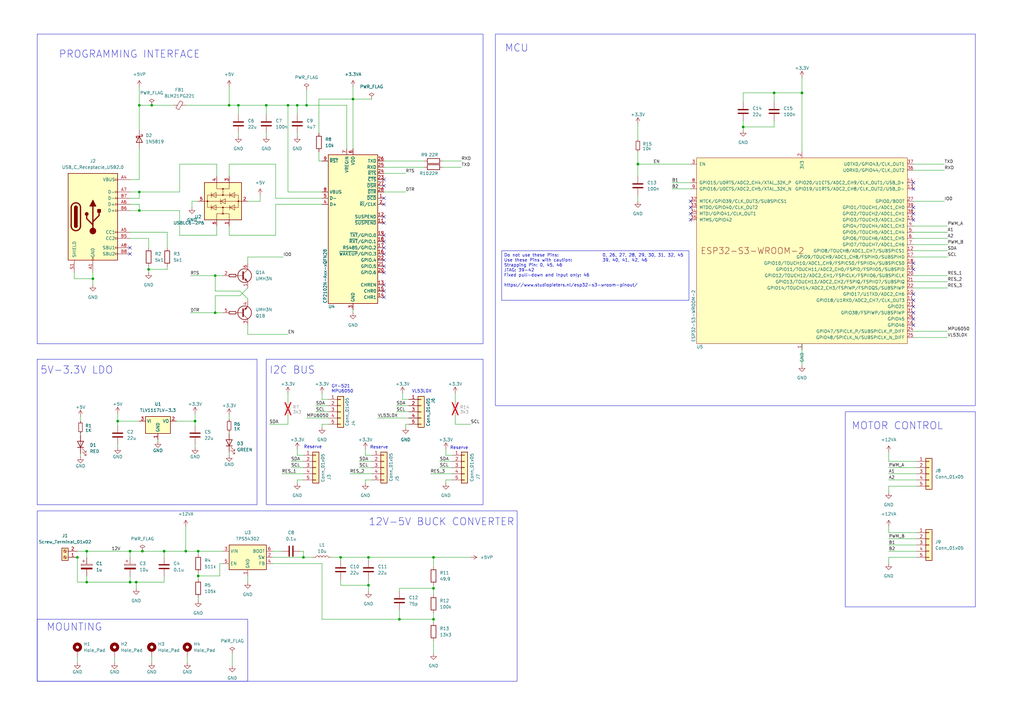
<source format=kicad_sch>
(kicad_sch (version 20230121) (generator eeschema)
  (paper "A3")
  (title_block (title "Balancing_Robot") (date "2024-02-09") (rev "2.0") (company "Made by ElectroHugin"))
  (junction (at 151.13 240.03))
  (junction (at 38.1 114.3))
  (junction (at 304.8 52.07))
  (junction (at 80.01 172.72))
  (junction (at 62.23 43.18))
  (junction (at 118.11 43.18))
  (junction (at 261.62 67.31))
  (junction (at 60.96 110.49))
  (junction (at 53.34 226.06))
  (junction (at 97.79 43.18))
  (junction (at 35.56 226.06))
  (junction (at 48.26 172.72))
  (junction (at 81.28 226.06))
  (junction (at 76.2 226.06))
  (junction (at 35.56 238.76))
  (junction (at 125.73 43.18))
  (junction (at 151.13 228.6))
  (junction (at 31.75 228.6))
  (junction (at 88.265 113.03))
  (junction (at 58.42 226.06))
  (junction (at 93.98 43.18))
  (junction (at 163.83 254))
  (junction (at 53.34 238.76))
  (junction (at 328.93 38.1))
  (junction (at 177.8 254))
  (junction (at 139.7 228.6))
  (junction (at 317.5 38.1))
  (junction (at 81.28 236.22))
  (junction (at 177.8 228.6))
  (junction (at 121.92 43.18))
  (junction (at 57.15 78.74))
  (junction (at 57.15 86.36))
  (junction (at 144.78 40.64))
  (junction (at 57.15 43.18))
  (junction (at 55.88 238.76))
  (junction (at 177.8 241.3))
  (junction (at 88.265 128.27))
  (junction (at 124.46 228.6))
  (junction (at 67.31 226.06))
  (junction (at 109.22 43.18))
  (no_connect (at 157.48 106.68))
  (no_connect (at 374.65 133.35))
  (no_connect (at 374.65 123.19))
  (no_connect (at 283.21 85.09))
  (no_connect (at 157.48 76.2))
  (no_connect (at 374.65 110.49))
  (no_connect (at 157.48 119.38))
  (no_connect (at 157.48 83.82))
  (no_connect (at 157.48 121.92))
  (no_connect (at 157.48 81.28))
  (no_connect (at 157.48 111.76))
  (no_connect (at 53.34 104.14))
  (no_connect (at 283.21 90.17))
  (no_connect (at 374.65 87.63))
  (no_connect (at 374.65 85.09))
  (no_connect (at 157.48 88.9))
  (no_connect (at 157.48 101.6))
  (no_connect (at 157.48 104.14))
  (no_connect (at 157.48 116.84))
  (no_connect (at 374.65 128.27))
  (no_connect (at 157.48 73.66))
  (no_connect (at 157.48 99.06))
  (no_connect (at 374.65 120.65))
  (no_connect (at 374.65 130.81))
  (no_connect (at 157.48 96.52))
  (no_connect (at 374.65 74.93))
  (no_connect (at 374.65 125.73))
  (no_connect (at 53.34 101.6))
  (no_connect (at 374.65 90.17))
  (no_connect (at 157.48 109.22))
  (no_connect (at 157.48 91.44))
  (no_connect (at 283.21 82.55))
  (no_connect (at 374.65 77.47))
  (no_connect (at 283.21 87.63))
  (no_connect (at 374.65 107.95))
  (wire (pts (xy 147.32 191.77) (xy 152.4 191.77)))
  (wire (pts (xy 182.88 196.85) (xy 182.88 198.12)))
  (wire (pts (xy 57.15 73.66) (xy 53.34 73.66)))
  (wire (pts (xy 98.425 119.38) (xy 101.6 122.555)))
  (wire (pts (xy 121.92 54.61) (xy 121.92 55.88)))
  (wire (pts (xy 374.65 105.41) (xy 388.62 105.41)))
  (wire (pts (xy 93.98 72.39) (xy 93.98 67.31)))
  (wire (pts (xy 119.38 189.23) (xy 124.46 189.23)))
  (wire (pts (xy 374.65 69.85) (xy 387.35 69.85)))
  (wire (pts (xy 364.49 185.42) (xy 364.49 189.23)))
  (wire (pts (xy 67.31 236.22) (xy 67.31 238.76)))
  (wire (pts (xy 31.75 269.24) (xy 31.75 271.78)))
  (wire (pts (xy 81.28 227.33) (xy 81.28 226.06)))
  (wire (pts (xy 93.98 35.56) (xy 93.98 43.18)))
  (wire (pts (xy 151.13 228.6) (xy 151.13 229.87)))
  (wire (pts (xy 166.37 173.99) (xy 166.37 175.26)))
  (wire (pts (xy 144.78 40.64) (xy 152.4 40.64)))
  (wire (pts (xy 132.08 78.74) (xy 118.11 78.74)))
  (wire (pts (xy 62.23 269.24) (xy 62.23 271.78)))
  (wire (pts (xy 364.49 226.06) (xy 375.92 226.06)))
  (wire (pts (xy 81.28 236.22) (xy 81.28 237.49)))
  (wire (pts (xy 129.54 166.37) (xy 134.62 166.37)))
  (wire (pts (xy 73.66 86.36) (xy 73.66 96.52)))
  (wire (pts (xy 53.34 226.06) (xy 58.42 226.06)))
  (wire (pts (xy 364.49 228.6) (xy 364.49 231.14)))
  (wire (pts (xy 162.56 168.91) (xy 167.64 168.91)))
  (wire (pts (xy 53.34 86.36) (xy 57.15 86.36)))
  (wire (pts (xy 38.1 111.76) (xy 38.1 114.3)))
  (wire (pts (xy 106.68 80.01) (xy 106.68 82.55)))
  (wire (pts (xy 275.59 77.47) (xy 283.21 77.47)))
  (wire (pts (xy 129.54 168.91) (xy 134.62 168.91)))
  (wire (pts (xy 180.34 189.23) (xy 185.42 189.23)))
  (wire (pts (xy 76.2 43.18) (xy 93.98 43.18)))
  (wire (pts (xy 119.38 191.77) (xy 124.46 191.77)))
  (wire (pts (xy 90.17 231.14) (xy 90.17 236.22)))
  (wire (pts (xy 38.1 114.3) (xy 38.1 116.84)))
  (wire (pts (xy 93.98 43.18) (xy 97.79 43.18)))
  (wire (pts (xy 125.73 171.45) (xy 134.62 171.45)))
  (wire (pts (xy 374.65 82.55) (xy 387.35 82.55)))
  (wire (pts (xy 93.98 96.52) (xy 113.03 96.52)))
  (wire (pts (xy 144.78 40.64) (xy 130.81 40.64)))
  (wire (pts (xy 33.02 178.435) (xy 33.02 177.8)))
  (wire (pts (xy 328.93 38.1) (xy 328.93 62.23)))
  (wire (pts (xy 30.48 114.3) (xy 38.1 114.3)))
  (wire (pts (xy 110.49 173.99) (xy 118.11 173.99)))
  (wire (pts (xy 364.49 218.44) (xy 364.49 215.9)))
  (wire (pts (xy 364.49 199.39) (xy 364.49 201.93)))
  (wire (pts (xy 180.34 191.77) (xy 185.42 191.77)))
  (wire (pts (xy 151.13 228.6) (xy 177.8 228.6)))
  (wire (pts (xy 67.31 226.06) (xy 67.31 228.6)))
  (wire (pts (xy 35.56 226.06) (xy 35.56 228.6)))
  (wire (pts (xy 101.6 236.22) (xy 101.6 238.76)))
  (wire (pts (xy 97.79 43.18) (xy 109.22 43.18)))
  (wire (pts (xy 109.22 43.18) (xy 109.22 46.99)))
  (wire (pts (xy 93.98 185.42) (xy 93.98 186.69)))
  (wire (pts (xy 165.1 163.83) (xy 167.64 163.83)))
  (wire (pts (xy 364.49 223.52) (xy 375.92 223.52)))
  (wire (pts (xy 88.265 113.03) (xy 88.265 119.38)))
  (wire (pts (xy 113.03 81.28) (xy 132.08 81.28)))
  (wire (pts (xy 78.74 82.55) (xy 78.74 85.09)))
  (wire (pts (xy 157.48 71.12) (xy 166.37 71.12)))
  (wire (pts (xy 374.65 138.43) (xy 388.62 138.43)))
  (wire (pts (xy 80.01 172.72) (xy 80.01 174.625)))
  (wire (pts (xy 261.62 80.01) (xy 261.62 82.55)))
  (wire (pts (xy 76.2 226.06) (xy 81.28 226.06)))
  (wire (pts (xy 182.88 184.15) (xy 182.88 186.69)))
  (wire (pts (xy 101.6 137.16) (xy 118.11 137.16)))
  (wire (pts (xy 123.19 226.06) (xy 124.46 226.06)))
  (wire (pts (xy 124.46 226.06) (xy 124.46 228.6)))
  (wire (pts (xy 93.98 92.71) (xy 93.98 96.52)))
  (wire (pts (xy 186.69 161.29) (xy 186.69 165.1)))
  (wire (pts (xy 132.08 161.29) (xy 132.08 163.83)))
  (wire (pts (xy 121.92 196.85) (xy 121.92 198.12)))
  (wire (pts (xy 147.32 189.23) (xy 152.4 189.23)))
  (wire (pts (xy 144.78 127) (xy 144.78 128.27)))
  (wire (pts (xy 35.56 236.22) (xy 35.56 238.76)))
  (wire (pts (xy 106.68 82.55) (xy 101.6 82.55)))
  (wire (pts (xy 364.49 220.98) (xy 375.92 220.98)))
  (wire (pts (xy 35.56 226.06) (xy 53.34 226.06)))
  (wire (pts (xy 261.62 67.31) (xy 261.62 72.39)))
  (wire (pts (xy 139.7 228.6) (xy 151.13 228.6)))
  (wire (pts (xy 31.75 226.06) (xy 35.56 226.06)))
  (wire (pts (xy 374.65 118.11) (xy 388.62 118.11)))
  (wire (pts (xy 374.65 135.89) (xy 388.62 135.89)))
  (wire (pts (xy 46.99 269.24) (xy 46.99 271.78)))
  (wire (pts (xy 73.66 96.52) (xy 88.9 96.52)))
  (wire (pts (xy 30.48 111.76) (xy 30.48 114.3)))
  (wire (pts (xy 162.56 166.37) (xy 167.64 166.37)))
  (wire (pts (xy 186.69 170.18) (xy 186.69 173.99)))
  (wire (pts (xy 151.13 240.03) (xy 151.13 242.57)))
  (wire (pts (xy 53.34 83.82) (xy 57.15 83.82)))
  (wire (pts (xy 80.01 182.245) (xy 80.01 183.515)))
  (wire (pts (xy 31.75 238.76) (xy 31.75 228.6)))
  (wire (pts (xy 88.265 121.285) (xy 88.265 128.27)))
  (wire (pts (xy 111.76 228.6) (xy 124.46 228.6)))
  (wire (pts (xy 57.15 43.18) (xy 57.15 53.34)))
  (wire (pts (xy 121.92 186.69) (xy 124.46 186.69)))
  (wire (pts (xy 139.7 240.03) (xy 151.13 240.03)))
  (wire (pts (xy 48.26 182.245) (xy 48.26 183.515)))
  (wire (pts (xy 261.62 67.31) (xy 283.21 67.31)))
  (wire (pts (xy 78.105 113.03) (xy 88.265 113.03)))
  (wire (pts (xy 48.26 169.545) (xy 48.26 172.72)))
  (wire (pts (xy 93.98 172.085) (xy 93.98 170.18)))
  (wire (pts (xy 124.46 196.85) (xy 121.92 196.85)))
  (wire (pts (xy 132.08 173.99) (xy 132.08 175.26)))
  (wire (pts (xy 118.11 170.18) (xy 118.11 173.99)))
  (wire (pts (xy 374.65 67.31) (xy 387.35 67.31)))
  (wire (pts (xy 68.58 95.25) (xy 68.58 101.6)))
  (wire (pts (xy 115.57 194.31) (xy 124.46 194.31)))
  (wire (pts (xy 181.61 68.58) (xy 189.23 68.58)))
  (wire (pts (xy 163.83 250.19) (xy 163.83 254)))
  (wire (pts (xy 53.34 226.06) (xy 53.34 228.6)))
  (wire (pts (xy 163.83 241.3) (xy 163.83 242.57)))
  (wire (pts (xy 118.11 161.29) (xy 118.11 165.1)))
  (wire (pts (xy 60.96 97.79) (xy 60.96 101.6)))
  (wire (pts (xy 101.6 133.35) (xy 101.6 137.16)))
  (wire (pts (xy 72.39 172.72) (xy 80.01 172.72)))
  (wire (pts (xy 121.92 184.15) (xy 121.92 186.69)))
  (wire (pts (xy 125.73 36.83) (xy 125.73 43.18)))
  (wire (pts (xy 182.88 186.69) (xy 185.42 186.69)))
  (wire (pts (xy 317.5 49.53) (xy 317.5 52.07)))
  (wire (pts (xy 118.11 43.18) (xy 121.92 43.18)))
  (wire (pts (xy 132.08 254) (xy 132.08 231.14)))
  (wire (pts (xy 177.8 228.6) (xy 177.8 232.41)))
  (wire (pts (xy 68.58 109.22) (xy 68.58 110.49)))
  (wire (pts (xy 317.5 52.07) (xy 304.8 52.07)))
  (wire (pts (xy 130.81 66.04) (xy 130.81 62.23)))
  (wire (pts (xy 101.6 118.11) (xy 98.425 121.285)))
  (wire (pts (xy 81.28 234.95) (xy 81.28 236.22)))
  (wire (pts (xy 57.15 43.18) (xy 62.23 43.18)))
  (wire (pts (xy 142.24 43.18) (xy 142.24 60.96)))
  (wire (pts (xy 88.9 96.52) (xy 88.9 92.71)))
  (wire (pts (xy 90.17 236.22) (xy 81.28 236.22)))
  (wire (pts (xy 328.93 31.75) (xy 328.93 38.1)))
  (wire (pts (xy 177.8 254) (xy 163.83 254)))
  (wire (pts (xy 375.92 199.39) (xy 364.49 199.39)))
  (wire (pts (xy 48.26 172.72) (xy 48.26 174.625)))
  (wire (pts (xy 177.8 228.6) (xy 193.04 228.6)))
  (wire (pts (xy 113.03 96.52) (xy 113.03 83.82)))
  (wire (pts (xy 62.23 43.18) (xy 71.12 43.18)))
  (wire (pts (xy 76.2 215.9) (xy 76.2 226.06)))
  (wire (pts (xy 57.15 35.56) (xy 57.15 43.18)))
  (wire (pts (xy 53.34 236.22) (xy 53.34 238.76)))
  (wire (pts (xy 125.73 43.18) (xy 142.24 43.18)))
  (wire (pts (xy 304.8 41.91) (xy 304.8 38.1)))
  (wire (pts (xy 364.49 194.31) (xy 375.92 194.31)))
  (wire (pts (xy 57.15 86.36) (xy 73.66 86.36)))
  (wire (pts (xy 76.2 226.06) (xy 67.31 226.06)))
  (wire (pts (xy 53.34 78.74) (xy 57.15 78.74)))
  (wire (pts (xy 57.15 172.72) (xy 48.26 172.72)))
  (wire (pts (xy 304.8 49.53) (xy 304.8 52.07)))
  (wire (pts (xy 261.62 50.8) (xy 261.62 57.15)))
  (wire (pts (xy 134.62 173.99) (xy 132.08 173.99)))
  (wire (pts (xy 261.62 62.23) (xy 261.62 67.31)))
  (wire (pts (xy 304.8 52.07) (xy 304.8 53.34)))
  (wire (pts (xy 167.64 173.99) (xy 166.37 173.99)))
  (wire (pts (xy 132.08 231.14) (xy 111.76 231.14)))
  (wire (pts (xy 97.79 54.61) (xy 97.79 55.88)))
  (wire (pts (xy 130.81 40.64) (xy 130.81 54.61)))
  (wire (pts (xy 30.48 228.6) (xy 31.75 228.6)))
  (wire (pts (xy 143.51 194.31) (xy 152.4 194.31)))
  (wire (pts (xy 121.92 43.18) (xy 125.73 43.18)))
  (wire (pts (xy 101.6 105.41) (xy 116.205 105.41)))
  (wire (pts (xy 154.94 171.45) (xy 167.64 171.45)))
  (wire (pts (xy 375.92 228.6) (xy 364.49 228.6)))
  (wire (pts (xy 101.6 122.555) (xy 101.6 123.19)))
  (wire (pts (xy 177.8 241.3) (xy 163.83 241.3)))
  (wire (pts (xy 304.8 38.1) (xy 317.5 38.1)))
  (wire (pts (xy 73.66 67.31) (xy 88.9 67.31)))
  (wire (pts (xy 53.34 95.25) (xy 68.58 95.25)))
  (wire (pts (xy 55.88 238.76) (xy 55.88 241.3)))
  (wire (pts (xy 144.78 60.96) (xy 144.78 40.64)))
  (wire (pts (xy 157.48 78.74) (xy 166.37 78.74)))
  (wire (pts (xy 113.03 67.31) (xy 113.03 81.28)))
  (wire (pts (xy 177.8 240.03) (xy 177.8 241.3)))
  (wire (pts (xy 165.1 161.29) (xy 165.1 163.83)))
  (wire (pts (xy 113.03 83.82) (xy 132.08 83.82)))
  (wire (pts (xy 95.25 267.97) (xy 95.25 273.05)))
  (wire (pts (xy 60.96 110.49) (xy 68.58 110.49)))
  (wire (pts (xy 57.15 78.74) (xy 73.66 78.74)))
  (wire (pts (xy 374.65 97.79) (xy 388.62 97.79)))
  (wire (pts (xy 374.65 92.71) (xy 388.62 92.71)))
  (wire (pts (xy 317.5 38.1) (xy 328.93 38.1)))
  (wire (pts (xy 374.65 95.25) (xy 388.62 95.25)))
  (wire (pts (xy 76.835 269.24) (xy 76.835 271.78)))
  (wire (pts (xy 177.8 262.89) (xy 177.8 267.97)))
  (wire (pts (xy 135.89 228.6) (xy 139.7 228.6)))
  (wire (pts (xy 124.46 228.6) (xy 128.27 228.6)))
  (wire (pts (xy 144.78 35.56) (xy 144.78 40.64)))
  (wire (pts (xy 101.6 105.41) (xy 101.6 107.95)))
  (wire (pts (xy 163.83 254) (xy 132.08 254)))
  (wire (pts (xy 157.48 66.04) (xy 173.99 66.04)))
  (wire (pts (xy 186.69 173.99) (xy 193.04 173.99)))
  (wire (pts (xy 93.98 67.31) (xy 113.03 67.31)))
  (wire (pts (xy 97.79 43.18) (xy 97.79 46.99)))
  (wire (pts (xy 78.105 128.27) (xy 88.265 128.27)))
  (wire (pts (xy 176.53 194.31) (xy 185.42 194.31)))
  (wire (pts (xy 88.265 121.285) (xy 98.425 121.285)))
  (wire (pts (xy 64.77 180.34) (xy 64.77 180.975)))
  (wire (pts (xy 118.11 78.74) (xy 118.11 43.18)))
  (wire (pts (xy 328.93 140.97) (xy 328.93 149.86)))
  (wire (pts (xy 132.08 66.04) (xy 130.81 66.04)))
  (wire (pts (xy 81.28 245.11) (xy 81.28 246.38)))
  (wire (pts (xy 152.4 196.85) (xy 149.86 196.85)))
  (wire (pts (xy 132.08 163.83) (xy 134.62 163.83)))
  (wire (pts (xy 374.65 113.03) (xy 388.62 113.03)))
  (wire (pts (xy 149.86 184.15) (xy 149.86 186.69)))
  (wire (pts (xy 185.42 196.85) (xy 182.88 196.85)))
  (wire (pts (xy 109.22 43.18) (xy 118.11 43.18)))
  (wire (pts (xy 111.76 226.06) (xy 115.57 226.06)))
  (wire (pts (xy 33.02 186.055) (xy 33.02 187.325)))
  (wire (pts (xy 93.98 177.8) (xy 93.98 177.165)))
  (wire (pts (xy 364.49 189.23) (xy 375.92 189.23)))
  (wire (pts (xy 53.34 81.28) (xy 57.15 81.28)))
  (wire (pts (xy 73.66 78.74) (xy 73.66 67.31)))
  (wire (pts (xy 58.42 226.06) (xy 67.31 226.06)))
  (wire (pts (xy 60.96 110.49) (xy 60.96 111.76)))
  (wire (pts (xy 55.88 238.76) (xy 67.31 238.76)))
  (wire (pts (xy 57.15 81.28) (xy 57.15 78.74)))
  (wire (pts (xy 149.86 186.69) (xy 152.4 186.69)))
  (wire (pts (xy 35.56 238.76) (xy 53.34 238.76)))
  (wire (pts (xy 317.5 41.91) (xy 317.5 38.1)))
  (wire (pts (xy 177.8 241.3) (xy 177.8 243.84)))
  (wire (pts (xy 88.9 67.31) (xy 88.9 72.39)))
  (wire (pts (xy 88.265 128.27) (xy 91.44 128.27)))
  (wire (pts (xy 374.65 100.33) (xy 388.62 100.33)))
  (wire (pts (xy 375.92 218.44) (xy 364.49 218.44)))
  (wire (pts (xy 364.49 191.77) (xy 375.92 191.77)))
  (wire (pts (xy 157.48 68.58) (xy 173.99 68.58)))
  (wire (pts (xy 33.02 172.72) (xy 33.02 170.815)))
  (wire (pts (xy 60.96 109.22) (xy 60.96 110.49)))
  (wire (pts (xy 81.28 82.55) (xy 78.74 82.55)))
  (wire (pts (xy 374.65 115.57) (xy 388.62 115.57)))
  (wire (pts (xy 109.22 54.61) (xy 109.22 55.88)))
  (wire (pts (xy 149.86 196.85) (xy 149.86 198.12)))
  (wire (pts (xy 88.265 113.03) (xy 91.44 113.03)))
  (wire (pts (xy 31.75 238.76) (xy 35.56 238.76)))
  (wire (pts (xy 151.13 237.49) (xy 151.13 240.03)))
  (wire (pts (xy 57.15 60.96) (xy 57.15 73.66)))
  (wire (pts (xy 364.49 196.85) (xy 375.92 196.85)))
  (wire (pts (xy 177.8 254) (xy 177.8 255.27)))
  (wire (pts (xy 57.15 83.82) (xy 57.15 86.36)))
  (wire (pts (xy 53.34 238.76) (xy 55.88 238.76)))
  (wire (pts (xy 121.92 43.18) (xy 121.92 46.99)))
  (wire (pts (xy 275.59 74.93) (xy 283.21 74.93)))
  (wire (pts (xy 91.44 231.14) (xy 90.17 231.14)))
  (wire (pts (xy 53.34 97.79) (xy 60.96 97.79)))
  (wire (pts (xy 177.8 251.46) (xy 177.8 254)))
  (wire (pts (xy 139.7 228.6) (xy 139.7 229.87)))
  (wire (pts (xy 80.01 169.545) (xy 80.01 172.72)))
  (wire (pts (xy 81.28 226.06) (xy 91.44 226.06)))
  (wire (pts (xy 139.7 237.49) (xy 139.7 240.03)))
  (wire (pts (xy 374.65 102.87) (xy 388.62 102.87)))
  (wire (pts (xy 88.265 119.38) (xy 98.425 119.38)))
  (wire (pts (xy 181.61 66.04) (xy 189.23 66.04)))
  (rectangle (start 203.2 13.97) (end 400.05 166.37))
  (rectangle (start 15.24 254) (end 101.6 279.4))
  (rectangle (start 109.22 147.32) (end 198.12 207.01))
  (rectangle (start 15.24 147.32) (end 105.41 207.01))
  (rectangle (start 15.24 209.55) (end 212.09 279.4))
  (rectangle (start 346.71 168.91) (end 400.05 248.92))
  (rectangle (start 15.24 13.97) (end 198.12 140.97))
  (text_box "Do not use these Pins:			0, 26, 27, 28, 29, 30, 31, 32, 45\nUse these Pins with caution: 	39, 40, 41, 42, 46\nStrapping Pin: 0, 45, 46\nJTAG: 39-42\nFixed pull-down and input only: 46\n\nhttps://www.studiopieters.nl/esp32-s3-wroom-pinout/" (at 205.74 102.87 0) (size 76.835 20.32) (effects (font (size 1.27 1.27)) (justify left top)))
  (text "I2C BUS" (at 110.49 153.67 0) (effects (font (size 3 3)) (justify left bottom)))
  (text "GY-521\nMPU6050" (at 135.89 161.29 0) (effects (font (size 1.27 1.27)) (justify left bottom)))
  (text "MCU" (at 207.01 21.59 0) (effects (font (size 3 3)) (justify left bottom)))
  (text "Reserve" (at 192.0869 184.5038 0) (effects (font (size 1.27 1.27)) (justify right bottom)))
  (text "VL53L0X" (at 168.91 161.29 0) (effects (font (size 1.27 1.27)) (justify left bottom)))
  (text "Reserve" (at 132.08 184.15 0) (effects (font (size 1.27 1.27)) (justify right bottom)))
  (text "Reserve" (at 159.2408 184.2867 0) (effects (font (size 1.27 1.27)) (justify right bottom)))
  (text "MOUNTING" (at 19.05 259.08 0) (effects (font (size 3 3)) (justify left bottom)))
  (text "12V-5V BUCK CONVERTER" (at 151.13 215.9 0) (effects (font (size 3 3)) (justify left bottom)))
  (text "5V-3.3V LDO" (at 16.51 153.67 0) (effects (font (size 3 3)) (justify left bottom)))
  (text "PROGRAMMING INTERFACE\n" (at 24.13 24.13 0) (effects (font (size 3 3)) (justify left bottom)))
  (text "MOTOR CONTROL" (at 349.25 176.53 0) (effects (font (size 3 3)) (justify left bottom)))
  (label "B1" (at 275.59 74.93 0))
  (label "RTS" (at 166.37 71.12 0))
  (label "SCL" (at 162.56 168.91 0))
  (label "A2" (at 364.49 196.85 0))
  (label "RES_3" (at 388.62 118.11 0))
  (label "TXD" (at 189.23 68.58 0))
  (label "EN" (at 118.11 137.16 0))
  (label "SDA" (at 388.62 102.87 0))
  (label "SDA" (at 162.56 166.37 0))
  (label "RXD" (at 189.23 66.04 0))
  (label "B2" (at 364.49 226.06 0))
  (label "PWM_B" (at 364.49 220.98 0))
  (label "RES_1" (at 115.57 194.31 0))
  (label "SDA" (at 147.32 189.23 0))
  (label "12V" (at 45.72 226.06 0))
  (label "MPU6050" (at 388.62 135.89 0))
  (label "A1" (at 388.62 95.25 0))
  (label "SCL" (at 119.38 191.77 0))
  (label "RES_3" (at 176.53 194.31 0))
  (label "EN" (at 267.97 67.31 0))
  (label "SDA" (at 180.34 189.23 0))
  (label "SDA" (at 110.49 173.99 0))
  (label "TXD" (at 387.35 67.31 0))
  (label "SCL" (at 129.54 168.91 0))
  (label "RES_2" (at 143.51 194.31 0))
  (label "DTR" (at 78.105 128.27 0))
  (label "SCL" (at 193.04 173.99 0))
  (label "RES_2" (at 388.62 115.57 0))
  (label "IO0" (at 116.205 105.41 0))
  (label "DTR" (at 166.37 78.74 0))
  (label "VL53L0X" (at 388.62 138.43 0))
  (label "A2" (at 388.62 97.79 0))
  (label "SCL" (at 180.34 191.77 0))
  (label "PWM_A" (at 364.49 191.77 0))
  (label "MPU6050" (at 125.73 171.45 0))
  (label "VL53L0X" (at 154.94 171.45 0))
  (label "RES_1" (at 388.62 113.03 0))
  (label "SCL" (at 388.62 105.41 0))
  (label "PWM_B" (at 388.62 100.33 0))
  (label "SDA" (at 119.38 189.23 0))
  (label "IO0" (at 387.35 82.55 0))
  (label "A1" (at 364.49 194.31 0))
  (label "RTS" (at 78.105 113.03 0))
  (label "B2" (at 275.59 77.47 0))
  (label "SCL" (at 147.32 191.77 0))
  (label "PWM_A" (at 388.62 92.71 0))
  (label "RXD" (at 387.35 69.85 0))
  (label "B1" (at 364.49 223.52 0))
  (label "SDA" (at 129.54 166.37 0))
  (symbol (lib_id "Connector_Generic:Conn_01x05") (at 172.72 168.91 0) (unit 1)
    (property "Reference" "J6" (at 177.6173 164.3509 90))
    (property "Value" "Conn_01x05" (at 175.6216 169.0359 90))
    (property "Footprint" "Connector_JST:JST_XH_B5B-XH-AM_1x05_P2.50mm_Vertical" (effects hide))
  )
  (symbol (lib_id "power:+3.3V") (at 261.62 50.8 0) (unit 1)
    (property "Reference" "#PWR045" (effects hide))
    (property "Value" "+3.3V" (at 261.62 46.99 0))
  )
  (symbol (lib_id "Regulator_Switching:TPS54302") (at 101.6 228.6 0) (unit 1)
    (property "Reference" "U3" (at 101.6 218.44 0))
    (property "Value" "TPS54302" (at 101.6 220.98 0))
    (property "Footprint" "Package_TO_SOT_SMD:SOT-23-6" (effects hide))
    (property "Datasheet" "http://www.ti.com/lit/ds/symlink/tps54302.pdf" (effects hide))
  )
  (symbol (lib_id "Device:FerriteBead_Small") (at 73.66 43.18 90) (unit 1)
    (property "Reference" "FB1" (at 73.6219 36.83 90))
    (property "Value" "BLM21PG221" (at 73.6219 39.37 90))
    (property "Footprint" "Inductor_SMD:L_0603_1608Metric" (effects hide))
  )
  (symbol (lib_id "power:GND") (at 121.92 55.88 0) (unit 1)
    (property "Reference" "#PWR028" (effects hide))
    (property "Value" "GND" (at 121.92 60.96 0))
  )
  (symbol (lib_id "Device:C") (at 163.83 246.38 0) (unit 1)
    (property "Reference" "C12" (at 167.64 245.11 0) (effects (justify left)))
    (property "Value" "75p" (at 167.64 247.65 0) (effects (justify left)))
    (property "Footprint" "Capacitor_SMD:C_1206_3216Metric" (effects hide))
  )
  (symbol (lib_id "power:+3.3V") (at 186.69 161.29 0) (unit 1)
    (property "Reference" "#PWR043" (effects hide))
    (property "Value" "+3.3V" (at 186.69 157.48 0))
  )
  (symbol (lib_id "Device:C") (at 151.13 233.68 0) (unit 1)
    (property "Reference" "C11" (at 154.94 232.41 0) (effects (justify left)))
    (property "Value" "22u" (at 154.94 234.95 0) (effects (justify left)))
    (property "Footprint" "Capacitor_SMD:C_1206_3216Metric" (effects hide))
  )
  (symbol (lib_id "power:GND") (at 60.96 111.76 0) (unit 1)
    (property "Reference" "#PWR010" (effects hide))
    (property "Value" "GND" (at 60.96 116.84 0))
  )
  (symbol (lib_id "power:GND") (at 177.8 267.97 0) (unit 1)
    (property "Reference" "#PWR040" (effects hide))
    (property "Value" "GND" (at 177.8 273.05 0))
  )
  (symbol (lib_id "power:GND") (at 97.79 55.88 0) (unit 1)
    (property "Reference" "#PWR023" (effects hide))
    (property "Value" "GND" (at 97.79 60.96 0))
  )
  (symbol (lib_id "power:GND") (at 132.08 175.26 0) (unit 1)
    (property "Reference" "#PWR032" (effects hide))
    (property "Value" "GND" (at 132.08 180.34 0))
  )
  (symbol (lib_id "Mechanical:MountingHole_Pad") (at 76.835 266.7 0) (unit 1)
    (property "Reference" "H4" (at 79.375 264.16 0) (effects (justify left)))
    (property "Value" "Hole_Pad" (at 79.375 266.7 0) (effects (justify left)))
    (property "Footprint" "MountingHole:MountingHole_3.2mm_M3_Pad_Via" (effects hide))
  )
  (symbol (lib_id "Connector:USB_C_Receptacle_USB2.0") (at 38.1 88.9 0) (unit 1)
    (property "Reference" "J2" (at 38.1 66.04 0))
    (property "Value" "USB_C_Receptacle_USB2.0" (at 38.1 68.58 0))
    (property "Footprint" "Connector_USB:USB_C_Receptacle_HRO_TYPE-C-31-M-12" (effects hide))
    (property "Datasheet" "https://www.usb.org/sites/default/files/documents/usb_type-c.zip" (effects hide))
  )
  (symbol (lib_id "power:GND") (at 64.77 180.975 0) (unit 1)
    (property "Reference" "#PWR012" (effects hide))
    (property "Value" "GND" (at 64.77 184.785 0))
  )
  (symbol (lib_id "power:+5VP") (at 57.15 35.56 0) (unit 1)
    (property "Reference" "#PWR09" (effects hide))
    (property "Value" "+5VP" (at 57.15 30.48 0))
  )
  (symbol (lib_id "power:PWR_FLAG") (at 125.73 36.83 0) (unit 1)
    (property "Reference" "#FLG04" (effects hide))
    (property "Value" "PWR_FLAG" (at 125.73 31.75 0))
  )
  (symbol (lib_id "power:+5VP") (at 193.04 228.6 270) (unit 1)
    (property "Reference" "#PWR044" (effects hide))
    (property "Value" "+5VP" (at 196.85 228.6 90) (effects (justify left)))
  )
  (symbol (lib_id "Regulator_Linear:LM1117MP-3.3") (at 64.77 172.72 0) (unit 1)
    (property "Reference" "U1" (at 64.77 165.735 0))
    (property "Value" "TLV1117LV-3.3" (at 64.77 168.275 0))
    (property "Footprint" "Package_TO_SOT_SMD:SOT-223-3_TabPin2" (effects hide))
    (property "Datasheet" "http://www.ti.com/lit/ds/symlink/lm1117.pdf" (effects hide))
  )
  (symbol (lib_id "power:+3.3V") (at 93.98 170.18 0) (unit 1)
    (property "Reference" "#PWR020" (effects hide))
    (property "Value" "+3.3V" (at 93.98 166.37 0))
  )
  (symbol (lib_id "power:+5V") (at 48.26 169.545 0) (unit 1)
    (property "Reference" "#PWR06" (effects hide))
    (property "Value" "+5V" (at 48.26 165.735 0))
  )
  (symbol (lib_id "power:GND") (at 328.93 149.86 0) (unit 1)
    (property "Reference" "#PWR049" (effects hide))
    (property "Value" "GND" (at 328.93 154.94 0))
  )
  (symbol (lib_id "Device:R") (at 177.8 247.65 0) (unit 1)
    (property "Reference" "R12" (at 180.34 246.38 0) (effects (justify left)))
    (property "Value" "100k" (at 180.34 248.92 0) (effects (justify left)))
    (property "Footprint" "Resistor_SMD:R_1206_3216Metric" (effects hide))
  )
  (symbol (lib_id "power:+12VA") (at 364.49 215.9 0) (unit 1)
    (property "Reference" "#PWR052" (effects hide))
    (property "Value" "+12VA" (at 364.49 210.82 0))
  )
  (symbol (lib_id "power:GND") (at 182.88 198.12 0) (unit 1)
    (property "Reference" "#PWR042" (effects hide))
    (property "Value" "GND" (at 182.88 203.2 0))
  )
  (symbol (lib_id "Device:R") (at 177.8 259.08 0) (unit 1)
    (property "Reference" "R13" (at 180.34 257.81 0) (effects (justify left)))
    (property "Value" "13k3" (at 180.34 260.35 0) (effects (justify left)))
    (property "Footprint" "Resistor_SMD:R_1206_3216Metric" (effects hide))
  )
  (symbol (lib_id "power:+5V") (at 106.68 80.01 0) (unit 1)
    (property "Reference" "#PWR025" (effects hide))
    (property "Value" "+5V" (at 106.68 74.93 0))
  )
  (symbol (lib_id "Device:R") (at 68.58 105.41 0) (unit 1)
    (property "Reference" "R3" (at 71.12 104.14 0) (effects (justify left)))
    (property "Value" "5k1" (at 71.12 106.68 0) (effects (justify left)))
    (property "Footprint" "Resistor_SMD:R_1206_3216Metric" (effects hide))
  )
  (symbol (lib_id "power:PWR_FLAG") (at 95.25 267.97 0) (unit 1)
    (property "Reference" "#FLG03" (effects hide))
    (property "Value" "PWR_FLAG" (at 95.25 262.89 0))
  )
  (symbol (lib_id "Mechanical:MountingHole_Pad") (at 31.75 266.7 0) (unit 1)
    (property "Reference" "H1" (at 34.29 264.16 0) (effects (justify left)))
    (property "Value" "Hole_Pad" (at 34.29 266.7 0) (effects (justify left)))
    (property "Footprint" "MountingHole:MountingHole_3.2mm_M3_Pad_Via" (effects hide))
  )
  (symbol (lib_id "Device:C") (at 67.31 232.41 0) (unit 1)
    (property "Reference" "C4" (at 71.12 231.14 0) (effects (justify left)))
    (property "Value" "0.1u" (at 71.12 233.68 0) (effects (justify left)))
    (property "Footprint" "Capacitor_SMD:C_1206_3216Metric" (effects hide))
  )
  (symbol (lib_id "Connector_Generic:Conn_01x05") (at 129.54 191.77 0) (unit 1)
    (property "Reference" "J3" (at 134.9395 195.6933 90))
    (property "Value" "Conn_01x05" (at 132.3995 191.8833 90))
    (property "Footprint" "Connector_JST:JST_XH_B5B-XH-AM_1x05_P2.50mm_Vertical" (effects hide))
  )
  (symbol (lib_id "Device:R") (at 81.28 241.3 0) (unit 1)
    (property "Reference" "R5" (at 83.82 240.03 0) (effects (justify left)))
    (property "Value" "105k" (at 83.82 242.57 0) (effects (justify left)))
    (property "Footprint" "Resistor_SMD:R_1206_3216Metric" (effects hide))
  )
  (symbol (lib_id "Device:C") (at 80.01 178.435 0) (unit 1)
    (property "Reference" "C5" (at 83.82 177.165 0) (effects (justify left)))
    (property "Value" "22u" (at 83.82 179.705 0) (effects (justify left)))
    (property "Footprint" "Capacitor_SMD:C_1206_3216Metric" (effects hide))
  )
  (symbol (lib_id "power:GND") (at 121.92 198.12 0) (unit 1)
    (property "Reference" "#PWR030" (effects hide))
    (property "Value" "GND" (at 121.92 203.2 0))
  )
  (symbol (lib_id "Device:C_Polarized") (at 53.34 232.41 0) (unit 1)
    (property "Reference" "C3" (at 57.15 231.14 0) (effects (justify left)))
    (property "Value" "10u" (at 57.15 233.68 0) (effects (justify left)))
    (property "Footprint" "Capacitor_THT:CP_Radial_D5.0mm_P2.50mm" (effects hide))
  )
  (symbol (lib_id "Connector_Generic:Conn_01x05") (at 381 194.31 0) (unit 1)
    (property "Reference" "J8" (at 383.54 193.04 0) (effects (justify left)))
    (property "Value" "Conn_01x05" (at 383.54 195.58 0) (effects (justify left)))
    (property "Footprint" "Connector_JST:JST_XH_B5B-XH-AM_1x05_P2.50mm_Vertical" (effects hide))
  )
  (symbol (lib_id "Device:R") (at 81.28 231.14 0) (unit 1)
    (property "Reference" "R4" (at 83.82 229.87 0) (effects (justify left)))
    (property "Value" "511k" (at 83.82 232.41 0) (effects (justify left)))
    (property "Footprint" "Resistor_SMD:R_1206_3216Metric" (effects hide))
  )
  (symbol (lib_id "power:GND") (at 55.88 241.3 0) (unit 1)
    (property "Reference" "#PWR08" (effects hide))
    (property "Value" "GND" (at 55.88 246.38 0))
  )
  (symbol (lib_id "Device:C") (at 261.62 76.2 0) (unit 1)
    (property "Reference" "C13" (at 265.43 74.93 0) (effects (justify left)))
    (property "Value" "100n" (at 265.43 77.47 0) (effects (justify left)))
    (property "Footprint" "Capacitor_THT:C_Disc_D5.0mm_W2.5mm_P5.00mm" (effects hide))
  )
  (symbol (lib_id "power:GND") (at 31.75 271.78 0) (unit 1)
    (property "Reference" "#PWR01" (effects hide))
    (property "Value" "GND" (at 31.75 275.59 0))
  )
  (symbol (lib_id "Diode:1N5819") (at 57.15 57.15 270) (unit 1)
    (property "Reference" "D2" (at 59.69 55.5625 90) (effects (justify left)))
    (property "Value" "1N5819" (at 59.69 58.1025 90) (effects (justify left)))
    (property "Footprint" "Diode_THT:D_DO-41_SOD81_P10.16mm_Horizontal" (effects hide))
    (property "Datasheet" "http://www.vishay.com/docs/88525/1n5817.pdf" (effects hide))
  )
  (symbol (lib_id "power:GND") (at 166.37 175.26 0) (unit 1)
    (property "Reference" "#PWR039" (effects hide))
    (property "Value" "GND" (at 166.37 180.34 0))
  )
  (symbol (lib_id "Connector_Generic:Conn_01x05") (at 381 223.52 0) (unit 1)
    (property "Reference" "J9" (at 383.54 222.25 0) (effects (justify left)))
    (property "Value" "Conn_01x05" (at 383.54 224.79 0) (effects (justify left)))
    (property "Footprint" "Connector_JST:JST_XH_B5B-XH-AM_1x05_P2.50mm_Vertical" (effects hide))
  )
  (symbol (lib_id "power:PWR_FLAG") (at 58.42 226.06 0) (unit 1)
    (property "Reference" "#FLG01" (effects hide))
    (property "Value" "PWR_FLAG" (at 58.42 220.98 0))
  )
  (symbol (lib_id "power:GND") (at 144.78 128.27 0) (unit 1)
    (property "Reference" "#PWR034" (effects hide))
    (property "Value" "GND" (at 144.78 133.35 0))
  )
  (symbol (lib_id "Connector:Screw_Terminal_01x02") (at 26.67 228.6 180) (unit 1)
    (property "Reference" "J1" (at 26.67 219.71 0))
    (property "Value" "Screw_Terminal_01x02" (at 26.67 222.25 0))
    (property "Footprint" "TerminalBlock_Phoenix:TerminalBlock_Phoenix_MKDS-1,5-2-5.08_1x02_P5.08mm_Horizontal" (effects hide))
  )
  (symbol (lib_id "power:GND") (at 149.86 198.12 0) (unit 1)
    (property "Reference" "#PWR036" (effects hide))
    (property "Value" "GND" (at 149.86 203.2 0))
  )
  (symbol (lib_id "Device:C") (at 317.5 45.72 0) (unit 1)
    (property "Reference" "C15" (at 321.31 44.45 0) (effects (justify left)))
    (property "Value" "100n" (at 321.31 46.99 0) (effects (justify left)))
    (property "Footprint" "Capacitor_THT:C_Disc_D5.0mm_W2.5mm_P5.00mm" (effects hide))
  )
  (symbol (lib_id "power:GND") (at 62.23 271.78 0) (unit 1)
    (property "Reference" "#PWR011" (effects hide))
    (property "Value" "GND" (at 62.23 275.59 0))
  )
  (symbol (lib_id "power:+3.3V") (at 182.88 184.15 0) (unit 1)
    (property "Reference" "#PWR041" (effects hide))
    (property "Value" "+3.3V" (at 182.88 180.34 0))
  )
  (symbol (lib_id "power:GND") (at 364.49 231.14 0) (unit 1)
    (property "Reference" "#PWR053" (effects hide))
    (property "Value" "GND" (at 364.49 236.22 0))
  )
  (symbol (lib_id "PCM_Espressif:ESP32-S3-WROOM-2") (at 328.93 102.87 0) (unit 1)
    (property "Reference" "U5" (at 287.02 142.24 0))
    (property "Value" "ESP32-S3-WROOM-2" (at 284.48 129.54 90))
    (property "Footprint" "ESP32-S3-WROOM-2" (effects hide))
    (property "Datasheet" "https://www.espressif.com/sites/default/files/documentation/esp32-s3-wroom-2_datasheet_en.pdf" (effects hide))
  )
  (symbol (lib_id "power:GND") (at 80.01 183.515 0) (unit 1)
    (property "Reference" "#PWR017" (effects hide))
    (property "Value" "GND" (at 80.01 187.325 0))
  )
  (symbol (lib_id "power:+3.3V") (at 118.11 161.29 0) (unit 1)
    (property "Reference" "#PWR027" (effects hide))
    (property "Value" "+3.3V" (at 118.11 157.48 0))
  )
  (symbol (lib_id "Device:R") (at 177.8 236.22 0) (unit 1)
    (property "Reference" "R11" (at 180.34 234.95 0) (effects (justify left)))
    (property "Value" "49.9" (at 180.34 237.49 0) (effects (justify left)))
    (property "Footprint" "Resistor_SMD:R_1206_3216Metric" (effects hide))
  )
  (symbol (lib_id "power:+12VA") (at 364.49 185.42 0) (unit 1)
    (property "Reference" "#PWR050" (effects hide))
    (property "Value" "+12VA" (at 364.49 180.34 0))
  )
  (symbol (lib_id "power:PWR_FLAG") (at 152.4 40.64 0) (unit 1)
    (property "Reference" "#FLG05" (effects hide))
    (property "Value" "PWR_FLAG" (at 152.4 35.56 0))
  )
  (symbol (lib_id "power:GND") (at 101.6 238.76 0) (unit 1)
    (property "Reference" "#PWR024" (effects hide))
    (property "Value" "GND" (at 101.6 243.84 0))
  )
  (symbol (lib_id "power:GND") (at 46.99 271.78 0) (unit 1)
    (property "Reference" "#PWR05" (effects hide))
    (property "Value" "GND" (at 46.99 275.59 0))
  )
  (symbol (lib_id "power:GND") (at 109.22 55.88 0) (unit 1)
    (property "Reference" "#PWR026" (effects hide))
    (property "Value" "GND" (at 109.22 60.96 0))
  )
  (symbol (lib_id "power:+3.3V") (at 121.92 184.15 0) (unit 1)
    (property "Reference" "#PWR029" (effects hide))
    (property "Value" "+3.3V" (at 121.92 180.34 0))
  )
  (symbol (lib_id "Power_Protection:USBLC6-2P6") (at 91.44 82.55 90) (unit 1)
    (property "Reference" "U2" (at 81.28 88.9 90))
    (property "Value" "USBLC6-2P6" (at 77.47 91.44 90))
    (property "Footprint" "Package_TO_SOT_SMD:SOT-666" (effects hide))
    (property "Datasheet" "https://www.st.com/resource/en/datasheet/usblc6-2.pdf" (effects hide))
  )
  (symbol (lib_id "power:GND") (at 81.28 246.38 0) (unit 1)
    (property "Reference" "#PWR018" (effects hide))
    (property "Value" "GND" (at 81.28 251.46 0))
  )
  (symbol (lib_id "power:+3.3V") (at 165.1 161.29 0) (unit 1)
    (property "Reference" "#PWR038" (effects hide))
    (property "Value" "+3.3V" (at 165.1 157.48 0))
  )
  (symbol (lib_id "Device:C") (at 109.22 50.8 0) (unit 1)
    (property "Reference" "C7" (at 113.03 49.53 0) (effects (justify left)))
    (property "Value" "100n" (at 113.03 52.07 0) (effects (justify left)))
    (property "Footprint" "Capacitor_THT:C_Disc_D5.0mm_W2.5mm_P5.00mm" (effects hide))
  )
  (symbol (lib_id "Connector_Generic:Conn_01x05") (at 157.48 191.77 0) (unit 1)
    (property "Reference" "J5" (at 162.866 197.5265 90) (effects (justify left)))
    (property "Value" "Conn_01x05" (at 160.326 197.5265 90) (effects (justify left)))
    (property "Footprint" "Connector_JST:JST_XH_B5B-XH-AM_1x05_P2.50mm_Vertical" (effects hide))
  )
  (symbol (lib_id "Mechanical:MountingHole_Pad") (at 62.23 266.7 0) (unit 1)
    (property "Reference" "H3" (at 64.77 264.16 0) (effects (justify left)))
    (property "Value" "Hole_Pad" (at 64.77 266.7 0) (effects (justify left)))
    (property "Footprint" "MountingHole:MountingHole_3.2mm_M3_Pad_Via" (effects hide))
  )
  (symbol (lib_id "power:GND") (at 364.49 201.93 0) (unit 1)
    (property "Reference" "#PWR051" (effects hide))
    (property "Value" "GND" (at 364.49 207.01 0))
  )
  (symbol (lib_id "power:+3.3V") (at 328.93 31.75 0) (unit 1)
    (property "Reference" "#PWR048" (effects hide))
    (property "Value" "+3.3V" (at 328.93 27.94 0))
  )
  (symbol (lib_id "Device:R_Small") (at 186.69 167.64 0) (unit 1) (dnp yes)
    (property "Reference" "R14" (at 188.595 167.005 0) (effects (justify left)))
    (property "Value" "3k3" (at 188.595 168.91 0) (effects (justify left)))
    (property "Footprint" "Resistor_THT:R_Axial_DIN0207_L6.3mm_D2.5mm_P10.16mm_Horizontal" (effects hide))
  )
  (symbol (lib_id "power:GND") (at 78.74 85.09 0) (unit 1)
    (property "Reference" "#PWR015" (effects hide))
    (property "Value" "GND" (at 78.74 90.17 0))
  )
  (symbol (lib_id "Interface_USB:CP2102N-Axx-xQFN28") (at 144.78 93.98 0) (unit 1)
    (property "Reference" "U4" (at 134.62 125.73 0) (effects (justify left)))
    (property "Value" "CP2102N-Axx-xQFN28" (at 133.35 124.46 90) (effects (justify left)))
    (property "Footprint" "Package_DFN_QFN:QFN-28-1EP_5x5mm_P0.5mm_EP3.35x3.35mm" (effects hide))
    (property "Datasheet" "https://www.silabs.com/documents/public/data-sheets/cp2102n-datasheet.pdf" (effects hide))
  )
  (symbol (lib_id "Device:R_Small") (at 261.62 59.69 0) (unit 1)
    (property "Reference" "R15" (at 263.525 59.055 0) (effects (justify left)))
    (property "Value" "10k" (at 263.525 60.96 0) (effects (justify left)))
    (property "Footprint" "Resistor_SMD:R_1206_3216Metric" (effects hide))
  )
  (symbol (lib_id "Device:C") (at 97.79 50.8 0) (unit 1)
    (property "Reference" "C6" (at 101.6 49.53 0) (effects (justify left)))
    (property "Value" "22u" (at 101.6 52.07 0) (effects (justify left)))
    (property "Footprint" "Capacitor_THT:C_Disc_D5.0mm_W2.5mm_P5.00mm" (effects hide))
  )
  (symbol (lib_id "power:PWR_FLAG") (at 62.23 43.18 0) (unit 1)
    (property "Reference" "#FLG02" (effects hide))
    (property "Value" "PWR_FLAG" (at 62.23 38.1 0))
  )
  (symbol (lib_id "power:+3.3V") (at 80.01 169.545 0) (unit 1)
    (property "Reference" "#PWR016" (effects hide))
    (property "Value" "+3.3V" (at 80.01 165.735 0))
  )
  (symbol (lib_id "Device:C") (at 304.8 45.72 0) (unit 1)
    (property "Reference" "C14" (at 308.61 44.45 0) (effects (justify left)))
    (property "Value" "22u" (at 308.61 46.99 0) (effects (justify left)))
    (property "Footprint" "Capacitor_THT:C_Disc_D5.0mm_W2.5mm_P5.00mm" (effects hide))
  )
  (symbol (lib_id "power:GND") (at 76.835 271.78 0) (unit 1)
    (property "Reference" "#PWR014" (effects hide))
    (property "Value" "GND" (at 76.835 275.59 0))
  )
  (symbol (lib_id "power:+3.3VA") (at 144.78 35.56 0) (unit 1)
    (property "Reference" "#PWR033" (effects hide))
    (property "Value" "+3.3VA" (at 144.78 30.48 0))
  )
  (symbol (lib_id "power:+12VA") (at 76.2 215.9 0) (unit 1)
    (property "Reference" "#PWR013" (effects hide))
    (property "Value" "+12VA" (at 76.2 210.82 0))
  )
  (symbol (lib_id "power:GND") (at 304.8 53.34 0) (unit 1)
    (property "Reference" "#PWR047" (effects hide))
    (property "Value" "GND" (at 304.8 58.42 0))
  )
  (symbol (lib_id "power:GND") (at 48.26 183.515 0) (unit 1)
    (property "Reference" "#PWR07" (effects hide))
    (property "Value" "GND" (at 48.26 187.325 0))
  )
  (symbol (lib_id "Device:R_Small") (at 118.11 167.64 0) (unit 1) (dnp yes)
    (property "Reference" "R7" (at 120.015 167.005 0) (effects (justify left)))
    (property "Value" "3k3" (at 120.015 168.91 0) (effects (justify left)))
    (property "Footprint" "Resistor_THT:R_Axial_DIN0207_L6.3mm_D2.5mm_P10.16mm_Horizontal" (effects hide))
  )
  (symbol (lib_id "power:GND") (at 95.25 273.05 0) (unit 1)
    (property "Reference" "#PWR022" (effects hide))
    (property "Value" "GND" (at 95.25 278.13 0))
  )
  (symbol (lib_id "power:GND") (at 261.62 82.55 0) (unit 1)
    (property "Reference" "#PWR046" (effects hide))
    (property "Value" "GND" (at 261.62 87.63 0))
  )
  (symbol (lib_id "Device:R_Small") (at 93.98 174.625 0) (unit 1)
    (property "Reference" "R6" (at 95.885 173.99 0) (effects (justify left)))
    (property "Value" "1K" (at 95.885 175.895 0) (effects (justify left)))
    (property "Footprint" "Resistor_THT:R_Axial_DIN0207_L6.3mm_D2.5mm_P10.16mm_Horizontal" (effects hide))
  )
  (symbol (lib_id "power:+5V") (at 93.98 35.56 0) (unit 1)
    (property "Reference" "#PWR019" (effects hide))
    (property "Value" "+5V" (at 93.98 30.48 0))
  )
  (symbol (lib_id "Device:C") (at 48.26 178.435 0) (unit 1)
    (property "Reference" "C2" (at 52.07 177.165 0) (effects (justify left)))
    (property "Value" "22u" (at 52.07 179.705 0) (effects (justify left)))
    (property "Footprint" "Capacitor_SMD:C_1206_3216Metric" (effects hide))
  )
  (symbol (lib_id "Device:LED") (at 33.02 182.245 90) (unit 1)
    (property "Reference" "D1" (at 36.83 182.5625 90) (effects (justify right)))
    (property "Value" "RED" (at 36.83 185.1025 90) (effects (justify right)))
    (property "Footprint" "LED_THT:LED_D3.0mm" (effects hide))
  )
  (symbol (lib_id "Device:C") (at 121.92 50.8 0) (unit 1)
    (property "Reference" "C9" (at 125.73 49.53 0) (effects (justify left)))
    (property "Value" "4u7" (at 125.73 52.07 0) (effects (justify left)))
    (property "Footprint" "Capacitor_SMD:C_1206_3216Metric" (effects hide))
  )
  (symbol (lib_id "power:+5V") (at 33.02 170.815 0) (unit 1)
    (property "Reference" "#PWR02" (effects hide))
    (property "Value" "+5V" (at 33.02 167.005 0))
  )
  (symbol (lib_id "Device:C") (at 139.7 233.68 0) (unit 1)
    (property "Reference" "C10" (at 143.51 232.41 0) (effects (justify left)))
    (property "Value" "22u" (at 143.51 234.95 0) (effects (justify left)))
    (property "Footprint" "Capacitor_SMD:C_1206_3216Metric" (effects hide))
  )
  (symbol (lib_id "Device:C_Polarized") (at 35.56 232.41 0) (unit 1)
    (property "Reference" "C1" (at 39.37 231.14 0) (effects (justify left)))
    (property "Value" "1u" (at 39.37 233.68 0) (effects (justify left)))
    (property "Footprint" "Capacitor_THT:CP_Radial_D5.0mm_P2.50mm" (effects hide))
  )
  (symbol (lib_id "Device:R") (at 177.8 68.58 90) (unit 1)
    (property "Reference" "R10" (at 173.99 71.12 90))
    (property "Value" "22R" (at 177.8 71.12 90))
    (property "Footprint" "Resistor_THT:R_Axial_DIN0207_L6.3mm_D2.5mm_P10.16mm_Horizontal" (effects hide))
  )
  (symbol (lib_id "Device:R") (at 130.81 58.42 0) (unit 1)
    (property "Reference" "R8" (at 133.35 57.15 0) (effects (justify left)))
    (property "Value" "10k" (at 133.35 59.69 0) (effects (justify left)))
    (property "Footprint" "Resistor_SMD:R_1206_3216Metric" (effects hide))
  )
  (symbol (lib_id "Device:L") (at 132.08 228.6 90) (unit 1)
    (property "Reference" "L1" (at 132.08 223.52 90))
    (property "Value" "10u" (at 132.08 226.06 90))
    (property "Footprint" "Inductor_SMD:L_Bourns_SRP1245A" (effects hide))
  )
  (symbol (lib_id "Transistor_BJT:UMH3N") (at 96.52 113.03 0) (unit 1)
    (property "Reference" "Q1" (at 104.775 111.76 0) (effects (justify left)))
    (property "Value" "UMH3N" (at 104.775 114.3 0) (effects (justify left)))
    (property "Footprint" "Package_TO_SOT_SMD:SOT-363_SC-70-6" (effects hide))
    (property "Datasheet" "http://rohmfs.rohm.com/en/products/databook/datasheet/discrete/transistor/digital/emh3t2r-e.pdf" (effects hide))
  )
  (symbol (lib_id "Device:R_Small") (at 33.02 175.26 0) (unit 1)
    (property "Reference" "R1" (at 34.925 174.625 0) (effects (justify left)))
    (property "Value" "1K" (at 34.925 176.53 0) (effects (justify left)))
    (property "Footprint" "Resistor_THT:R_Axial_DIN0207_L6.3mm_D2.5mm_P10.16mm_Horizontal" (effects hide))
  )
  (symbol (lib_id "Transistor_BJT:UMH3N") (at 96.52 128.27 0) (mirror x) (unit 2)
    (property "Reference" "Q1" (at 104.775 129.54 0) (effects (justify left)))
    (property "Value" "UMH3N" (at 104.775 127 0) (effects (justify left)))
    (property "Footprint" "Package_TO_SOT_SMD:SOT-363_SC-70-6" (effects hide))
    (property "Datasheet" "http://rohmfs.rohm.com/en/products/databook/datasheet/discrete/transistor/digital/emh3t2r-e.pdf" (effects hide))
  )
  (symbol (lib_id "Connector_Generic:Conn_01x05") (at 139.7 168.91 0) (unit 1)
    (property "Reference" "J4" (at 144.9158 174.8013 90) (effects (justify left)))
    (property "Value" "Conn_01x05" (at 142.3758 174.8013 90) (effects (justify left)))
    (property "Footprint" "Connector_JST:JST_XH_B5B-XH-AM_1x05_P2.50mm_Vertical" (effects hide))
  )
  (symbol (lib_id "power:GND") (at 151.13 242.57 0) (unit 1)
    (property "Reference" "#PWR037" (effects hide))
    (property "Value" "GND" (at 151.13 247.65 0))
  )
  (symbol (lib_id "Connector_Generic:Conn_01x05") (at 190.5 191.77 0) (unit 1)
    (property "Reference" "J7" (at 196.0739 195.5486 90))
    (property "Value" "Conn_01x05" (at 193.5339 191.7386 90))
    (property "Footprint" "Connector_JST:JST_XH_B5B-XH-AM_1x05_P2.50mm_Vertical" (effects hide))
  )
  (symbol (lib_id "Device:C") (at 119.38 226.06 90) (unit 1)
    (property "Reference" "C8" (at 119.38 218.44 90))
    (property "Value" "0.1u" (at 119.38 220.98 90))
    (property "Footprint" "Capacitor_SMD:C_1206_3216Metric" (effects hide))
  )
  (symbol (lib_id "power:GND") (at 38.1 116.84 0) (unit 1)
    (property "Reference" "#PWR04" (effects hide))
    (property "Value" "GND" (at 38.1 121.92 0))
  )
  (symbol (lib_id "power:GND") (at 33.02 187.325 0) (unit 1)
    (property "Reference" "#PWR03" (effects hide))
    (property "Value" "GND" (at 33.02 191.135 0))
  )
  (symbol (lib_id "power:+3.3V") (at 132.08 161.29 0) (unit 1)
    (property "Reference" "#PWR031" (effects hide))
    (property "Value" "+3.3V" (at 132.08 157.48 0))
  )
  (symbol (lib_id "Device:R") (at 177.8 66.04 90) (unit 1)
    (property "Reference" "R9" (at 173.99 63.5 90))
    (property "Value" "22R" (at 177.8 63.5 90))
    (property "Footprint" "Resistor_THT:R_Axial_DIN0207_L6.3mm_D2.5mm_P10.16mm_Horizontal" (effects hide))
  )
  (symbol (lib_id "power:+3.3V") (at 149.86 184.15 0) (unit 1)
    (property "Reference" "#PWR035" (effects hide))
    (property "Value" "+3.3V" (at 149.86 180.34 0))
  )
  (symbol (lib_id "Mechanical:MountingHole_Pad") (at 46.99 266.7 0) (unit 1)
    (property "Reference" "H2" (at 49.53 264.16 0) (effects (justify left)))
    (property "Value" "Hole_Pad" (at 49.53 266.7 0) (effects (justify left)))
    (property "Footprint" "MountingHole:MountingHole_3.2mm_M3_Pad_Via" (effects hide))
  )
  (symbol (lib_id "Device:LED") (at 93.98 181.61 90) (unit 1)
    (property "Reference" "D3" (at 97.155 181.9275 90) (effects (justify right)))
    (property "Value" "GREEN" (at 97.155 184.4675 90) (effects (justify right)))
    (property "Footprint" "LED_THT:LED_D3.0mm" (effects hide))
  )
  (symbol (lib_id "power:GND") (at 93.98 186.69 0) (unit 1)
    (property "Reference" "#PWR021" (effects hide))
    (property "Value" "GND" (at 93.98 190.5 0))
  )
  (symbol (lib_id "Device:R") (at 60.96 105.41 0) (unit 1)
    (property "Reference" "R2" (at 63.5 104.14 0) (effects (justify left)))
    (property "Value" "5k1" (at 63.5 106.68 0) (effects (justify left)))
    (property "Footprint" "Resistor_SMD:R_1206_3216Metric" (effects hide))
  )
)
</source>
